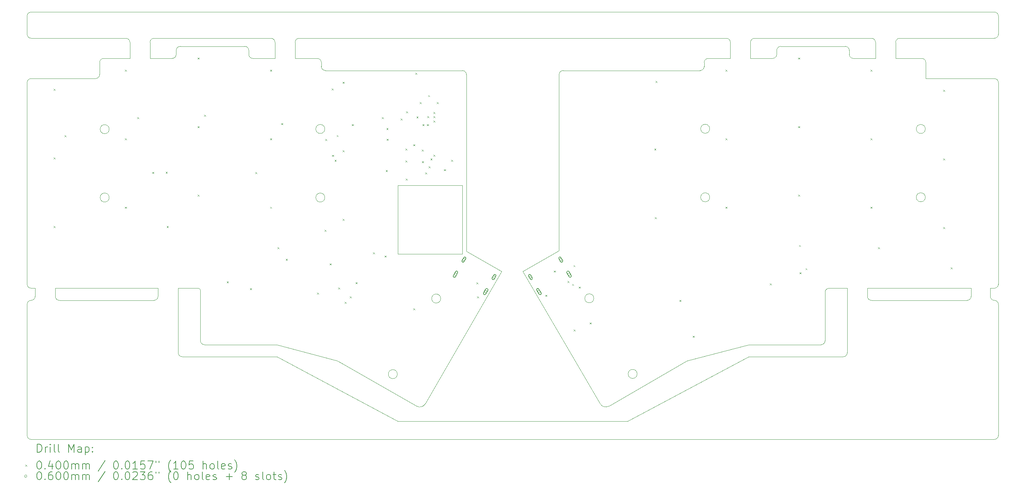
<source format=gbr>
%TF.GenerationSoftware,KiCad,Pcbnew,(6.0.8-1)-1*%
%TF.CreationDate,2022-11-15T14:02:53-05:00*%
%TF.ProjectId,kb2,6b62322e-6b69-4636-9164-5f7063625858,rev?*%
%TF.SameCoordinates,Original*%
%TF.FileFunction,Drillmap*%
%TF.FilePolarity,Positive*%
%FSLAX45Y45*%
G04 Gerber Fmt 4.5, Leading zero omitted, Abs format (unit mm)*
G04 Created by KiCad (PCBNEW (6.0.8-1)-1) date 2022-11-15 14:02:53*
%MOMM*%
%LPD*%
G01*
G04 APERTURE LIST*
%ADD10C,0.100000*%
%ADD11C,0.200000*%
%ADD12C,0.040000*%
%ADD13C,0.060000*%
G04 APERTURE END LIST*
D10*
X18400000Y-14600000D02*
X12700000Y-14600000D01*
X23850000Y-11600000D02*
X23850000Y-12900000D01*
X21400000Y-13000000D02*
X23750000Y-13000000D01*
X23750000Y-13000000D02*
G75*
G03*
X23850000Y-12900000I0J100000D01*
G01*
X18400000Y-14600000D02*
X21400000Y-13000000D01*
X9700000Y-13000000D02*
X12700000Y-14600000D01*
X7350000Y-13000000D02*
X9700000Y-13000000D01*
X25800000Y-5700000D02*
G75*
G03*
X25700000Y-5600000I-100000J0D01*
G01*
X23900000Y-5500000D02*
G75*
G03*
X24000000Y-5600000I100000J0D01*
G01*
X23900000Y-5400000D02*
G75*
G03*
X23800000Y-5300000I-100000J0D01*
G01*
X22200000Y-5300000D02*
G75*
G03*
X22100000Y-5400000I0J-100000D01*
G01*
X22000000Y-5600000D02*
G75*
G03*
X22100000Y-5500000I0J100000D01*
G01*
X20400000Y-5600000D02*
G75*
G03*
X20300000Y-5700000I0J-100000D01*
G01*
X20200000Y-5900000D02*
G75*
G03*
X20300000Y-5800000I0J100000D01*
G01*
X10800000Y-5800000D02*
G75*
G03*
X10900000Y-5900000I100000J0D01*
G01*
X10800000Y-5700000D02*
G75*
G03*
X10700000Y-5600000I-100000J0D01*
G01*
X9000000Y-5500000D02*
G75*
G03*
X9100000Y-5600000I100000J0D01*
G01*
X9000000Y-5400000D02*
G75*
G03*
X8900000Y-5300000I-100000J0D01*
G01*
X7300000Y-5300000D02*
G75*
G03*
X7200000Y-5400000I0J-100000D01*
G01*
X7100000Y-5600000D02*
G75*
G03*
X7200000Y-5500000I0J100000D01*
G01*
X5400000Y-5600000D02*
G75*
G03*
X5300000Y-5700000I0J-100000D01*
G01*
X5200000Y-6100000D02*
G75*
G03*
X5300000Y-6000000I0J100000D01*
G01*
X3600000Y-6100000D02*
G75*
G03*
X3500000Y-6200000I0J-100000D01*
G01*
X27500000Y-5100000D02*
G75*
G03*
X27600000Y-5000000I0J100000D01*
G01*
X27600000Y-4550000D02*
G75*
G03*
X27500000Y-4450000I-100000J0D01*
G01*
X3600000Y-4450000D02*
G75*
G03*
X3500000Y-4550000I0J-100000D01*
G01*
X3500000Y-5000000D02*
G75*
G03*
X3600000Y-5100000I100000J0D01*
G01*
X27600000Y-6200000D02*
G75*
G03*
X27500000Y-6100000I-100000J0D01*
G01*
X16800000Y-5900000D02*
G75*
G03*
X16700000Y-6000000I0J-100000D01*
G01*
X16672141Y-10379874D02*
X16700000Y-10364000D01*
X16700000Y-10350000D02*
X16700000Y-10364000D01*
X14400000Y-6000000D02*
G75*
G03*
X14300000Y-5900000I-100000J0D01*
G01*
X27500000Y-15050000D02*
G75*
G03*
X27600000Y-14950000I0J100000D01*
G01*
X27600000Y-11700000D02*
G75*
G03*
X27500000Y-11600000I-100000J0D01*
G01*
X27400000Y-11500000D02*
G75*
G03*
X27500000Y-11600000I100000J0D01*
G01*
X27500000Y-11300000D02*
G75*
G03*
X27600000Y-11200000I0J100000D01*
G01*
X27400000Y-11300000D02*
X27500000Y-11300000D01*
X27400000Y-11300000D02*
X27400000Y-11500000D01*
X7250000Y-12900000D02*
G75*
G03*
X7350000Y-13000000I100000J0D01*
G01*
X3500000Y-14950000D02*
G75*
G03*
X3600000Y-15050000I100000J0D01*
G01*
X3600000Y-11600000D02*
G75*
G03*
X3500000Y-11700000I0J-100000D01*
G01*
X3600000Y-11600000D02*
G75*
G03*
X3700000Y-11500000I0J100000D01*
G01*
X3700000Y-11300000D02*
X3700000Y-11500000D01*
X3600000Y-11300000D02*
X3700000Y-11300000D01*
X3500000Y-11200000D02*
G75*
G03*
X3600000Y-11300000I100000J0D01*
G01*
X23400000Y-11300000D02*
G75*
G03*
X23300000Y-11400000I0J-100000D01*
G01*
X26824313Y-11600000D02*
G75*
G03*
X26924313Y-11500000I0J100000D01*
G01*
X24350000Y-11500000D02*
G75*
G03*
X24450000Y-11600000I100000J0D01*
G01*
X23200000Y-12700000D02*
G75*
G03*
X23300000Y-12600000I0J100000D01*
G01*
X17724000Y-14170000D02*
G75*
G03*
X17929197Y-14224886I130000J75000D01*
G01*
X13169803Y-14225886D02*
G75*
G03*
X13375000Y-14171000I75197J129886D01*
G01*
X7800000Y-12600000D02*
G75*
G03*
X7900000Y-12700000I100000J0D01*
G01*
X7800000Y-11350000D02*
G75*
G03*
X7750000Y-11300000I-50000J0D01*
G01*
X6650000Y-11600000D02*
G75*
G03*
X6750000Y-11500000I0J100000D01*
G01*
X4200000Y-11500000D02*
G75*
G03*
X4300000Y-11600000I100000J0D01*
G01*
X27500000Y-15050000D02*
X3600000Y-15050000D01*
X7250000Y-12900000D02*
X7250000Y-11600000D01*
X26824313Y-11600000D02*
X24450000Y-11600000D01*
X4300000Y-11600000D02*
X6650000Y-11600000D01*
X20950000Y-5200000D02*
G75*
G03*
X20850000Y-5100000I-100000J0D01*
G01*
X25050000Y-5600000D02*
X25700000Y-5600000D01*
X24000000Y-5600000D02*
X24550000Y-5600000D01*
X21450000Y-5600000D02*
X22000000Y-5600000D01*
X20400000Y-5600000D02*
X20950000Y-5600000D01*
X10150000Y-5600000D02*
X10700000Y-5600000D01*
X9100000Y-5600000D02*
X9650000Y-5600000D01*
X6550000Y-5600000D02*
X7100000Y-5600000D01*
X7250000Y-11300000D02*
X7750000Y-11300000D01*
X23400000Y-11300000D02*
X23850000Y-11300000D01*
X23850000Y-11300000D02*
X23850000Y-11600000D01*
X24350000Y-11300000D02*
X24350000Y-11500000D01*
X26924313Y-11300000D02*
X26924313Y-11500000D01*
X27600000Y-11700000D02*
X27600000Y-14950000D01*
X6750000Y-11300000D02*
X6750000Y-11500000D01*
X7250000Y-11300000D02*
X7250000Y-11600000D01*
X9650000Y-5600000D02*
X9650000Y-5200000D01*
X3500000Y-5000000D02*
X3500000Y-4550000D01*
X20300000Y-5700000D02*
X20300000Y-5800000D01*
X25150000Y-5100000D02*
G75*
G03*
X25050000Y-5200000I0J-100000D01*
G01*
X20436803Y-7344722D02*
G75*
G03*
X20436803Y-7344722I-111803J0D01*
G01*
X21550000Y-5100000D02*
X24450000Y-5100000D01*
X14399569Y-10379874D02*
X15271710Y-10882819D01*
X27600000Y-4550000D02*
X27600000Y-5000000D01*
X6050000Y-5600000D02*
X6050000Y-5200000D01*
X21400000Y-12700000D02*
X23200000Y-12700000D01*
X17724000Y-14170000D02*
X15800000Y-10882819D01*
X22100000Y-5400000D02*
X22100000Y-5400000D01*
X6650000Y-5100000D02*
G75*
G03*
X6550000Y-5200000I0J-100000D01*
G01*
X6650000Y-5100000D02*
X9550000Y-5100000D01*
X10886803Y-7350000D02*
G75*
G03*
X10886803Y-7350000I-111803J0D01*
G01*
X20436803Y-9044723D02*
G75*
G03*
X20436803Y-9044723I-111803J0D01*
G01*
X24550000Y-5200000D02*
G75*
G03*
X24450000Y-5100000I-100000J0D01*
G01*
X9650000Y-5200000D02*
G75*
G03*
X9550000Y-5100000I-100000J0D01*
G01*
X14400000Y-10350000D02*
X14400000Y-6000000D01*
X25786803Y-7350000D02*
G75*
G03*
X25786803Y-7350000I-111803J0D01*
G01*
X13375000Y-14171000D02*
X15271710Y-10882819D01*
X12686803Y-13430277D02*
G75*
G03*
X12686803Y-13430277I-111803J0D01*
G01*
X10886803Y-9050000D02*
G75*
G03*
X10886803Y-9050000I-111803J0D01*
G01*
X23800000Y-5300000D02*
X22200000Y-5300000D01*
X5536803Y-7355277D02*
G75*
G03*
X5536803Y-7355277I-111803J0D01*
G01*
X3600000Y-5100000D02*
X5950000Y-5100000D01*
X24350000Y-11300000D02*
X26924313Y-11300000D01*
X21450000Y-5600000D02*
X21450000Y-5200000D01*
X16700000Y-6000000D02*
X16700000Y-10350000D01*
X22100000Y-5400000D02*
X22100000Y-5500000D01*
X10800000Y-5800000D02*
X10800000Y-5700000D01*
X4200000Y-11300000D02*
X6750000Y-11300000D01*
X25050000Y-5600000D02*
X25050000Y-5200000D01*
X7200000Y-5400000D02*
X7200000Y-5500000D01*
X23900000Y-5500000D02*
X23900000Y-5400000D01*
X25150000Y-5100000D02*
X27500000Y-5100000D01*
X7900000Y-12700000D02*
X9700000Y-12700000D01*
X5536803Y-9050000D02*
G75*
G03*
X5536803Y-9050000I-111803J0D01*
G01*
X4200000Y-11300000D02*
X4200000Y-11500000D01*
X5200000Y-6100000D02*
X3600000Y-6100000D01*
X17561803Y-11550000D02*
G75*
G03*
X17561803Y-11550000I-111803J0D01*
G01*
X20200000Y-5900000D02*
X16800000Y-5900000D01*
X6550000Y-5600000D02*
X6550000Y-5200000D01*
X3500000Y-6200000D02*
X3500000Y-11200000D01*
X21550000Y-5100000D02*
G75*
G03*
X21450000Y-5200000I0J-100000D01*
G01*
X25786803Y-9044723D02*
G75*
G03*
X25786803Y-9044723I-111803J0D01*
G01*
X18636803Y-13425000D02*
G75*
G03*
X18636803Y-13425000I-111803J0D01*
G01*
X12700000Y-10450000D02*
X14300000Y-10450000D01*
X14300000Y-10450000D02*
X14300000Y-8750000D01*
X14300000Y-8750000D02*
X12700000Y-8750000D01*
X12700000Y-8750000D02*
X12700000Y-10450000D01*
X14300000Y-5900000D02*
X10900000Y-5900000D01*
X3600000Y-4450000D02*
X27500000Y-4450000D01*
X23300000Y-11400000D02*
X23300000Y-12600000D01*
X25800000Y-6100000D02*
X25800000Y-5700000D01*
X7800000Y-12600000D02*
X7800000Y-11350000D01*
X5300000Y-5700000D02*
X5300000Y-6000000D01*
X21400000Y-12700000D02*
X19871710Y-13100000D01*
X3500000Y-11700000D02*
X3500000Y-14950000D01*
X9000000Y-5400000D02*
X9000000Y-5400000D01*
X6050000Y-5200000D02*
G75*
G03*
X5950000Y-5100000I-100000J0D01*
G01*
X13761803Y-11555277D02*
G75*
G03*
X13761803Y-11555277I-111803J0D01*
G01*
X10150000Y-5600000D02*
X10150000Y-5200000D01*
X10250000Y-5100000D02*
X20850000Y-5100000D01*
X11200000Y-13100000D02*
X9700000Y-12700000D01*
X10250000Y-5100000D02*
G75*
G03*
X10150000Y-5200000I0J-100000D01*
G01*
X19871710Y-13100000D02*
X17929197Y-14224886D01*
X13169803Y-14225886D02*
X11200000Y-13100000D01*
X6050000Y-5600000D02*
X5400000Y-5600000D01*
X8900000Y-5300000D02*
X7300000Y-5300000D01*
X20950000Y-5600000D02*
X20950000Y-5200000D01*
X15800000Y-10882819D02*
X16672141Y-10379874D01*
X9000000Y-5500000D02*
X9000000Y-5400000D01*
X27600000Y-11200000D02*
X27600000Y-6200000D01*
X27500000Y-6100000D02*
X25800000Y-6100000D01*
X14400000Y-10350000D02*
X14399569Y-10379874D01*
X24550000Y-5600000D02*
X24550000Y-5200000D01*
D11*
D12*
X4155000Y-6355000D02*
X4195000Y-6395000D01*
X4195000Y-6355000D02*
X4155000Y-6395000D01*
X4155000Y-8055000D02*
X4195000Y-8095000D01*
X4195000Y-8055000D02*
X4155000Y-8095000D01*
X4155000Y-9755000D02*
X4195000Y-9795000D01*
X4195000Y-9755000D02*
X4155000Y-9795000D01*
X4430000Y-7505000D02*
X4470000Y-7545000D01*
X4470000Y-7505000D02*
X4430000Y-7545000D01*
X5930000Y-5880000D02*
X5970000Y-5920000D01*
X5970000Y-5880000D02*
X5930000Y-5920000D01*
X5930000Y-7580000D02*
X5970000Y-7620000D01*
X5970000Y-7580000D02*
X5930000Y-7620000D01*
X5930000Y-9280000D02*
X5970000Y-9320000D01*
X5970000Y-9280000D02*
X5930000Y-9320000D01*
X6230000Y-7055000D02*
X6270000Y-7095000D01*
X6270000Y-7055000D02*
X6230000Y-7095000D01*
X6605000Y-8415000D02*
X6645000Y-8455000D01*
X6645000Y-8415000D02*
X6605000Y-8455000D01*
X6940000Y-8410000D02*
X6980000Y-8450000D01*
X6980000Y-8410000D02*
X6940000Y-8450000D01*
X6965000Y-9760000D02*
X7005000Y-9800000D01*
X7005000Y-9760000D02*
X6965000Y-9800000D01*
X7730000Y-5580000D02*
X7770000Y-5620000D01*
X7770000Y-5580000D02*
X7730000Y-5620000D01*
X7730000Y-7280000D02*
X7770000Y-7320000D01*
X7770000Y-7280000D02*
X7730000Y-7320000D01*
X7730000Y-8980000D02*
X7770000Y-9020000D01*
X7770000Y-8980000D02*
X7730000Y-9020000D01*
X7890000Y-6995000D02*
X7930000Y-7035000D01*
X7930000Y-6995000D02*
X7890000Y-7035000D01*
X8455000Y-11130000D02*
X8495000Y-11170000D01*
X8495000Y-11130000D02*
X8455000Y-11170000D01*
X9030000Y-11300000D02*
X9070000Y-11340000D01*
X9070000Y-11300000D02*
X9030000Y-11340000D01*
X9160000Y-8420000D02*
X9200000Y-8460000D01*
X9200000Y-8420000D02*
X9160000Y-8460000D01*
X9530000Y-5880000D02*
X9570000Y-5920000D01*
X9570000Y-5880000D02*
X9530000Y-5920000D01*
X9530000Y-7580000D02*
X9570000Y-7620000D01*
X9570000Y-7580000D02*
X9530000Y-7620000D01*
X9530000Y-9280000D02*
X9570000Y-9320000D01*
X9570000Y-9280000D02*
X9530000Y-9320000D01*
X9715000Y-10280000D02*
X9755000Y-10320000D01*
X9755000Y-10280000D02*
X9715000Y-10320000D01*
X9805000Y-7205000D02*
X9845000Y-7245000D01*
X9845000Y-7205000D02*
X9805000Y-7245000D01*
X9920000Y-10570000D02*
X9960000Y-10610000D01*
X9960000Y-10570000D02*
X9920000Y-10610000D01*
X10697217Y-11409858D02*
X10737217Y-11449858D01*
X10737217Y-11409858D02*
X10697217Y-11449858D01*
X10880000Y-9850000D02*
X10920000Y-9890000D01*
X10920000Y-9850000D02*
X10880000Y-9890000D01*
X10900000Y-7600000D02*
X10940000Y-7640000D01*
X10940000Y-7600000D02*
X10900000Y-7640000D01*
X11006183Y-10683817D02*
X11046183Y-10723817D01*
X11046183Y-10683817D02*
X11006183Y-10723817D01*
X11060000Y-6347500D02*
X11100000Y-6387500D01*
X11100000Y-6347500D02*
X11060000Y-6387500D01*
X11067500Y-7992500D02*
X11107500Y-8032500D01*
X11107500Y-7992500D02*
X11067500Y-8032500D01*
X11130050Y-8112500D02*
X11170050Y-8152500D01*
X11170050Y-8112500D02*
X11130050Y-8152500D01*
X11180000Y-7500000D02*
X11220000Y-7540000D01*
X11220000Y-7500000D02*
X11180000Y-7540000D01*
X11220203Y-11279797D02*
X11260203Y-11319797D01*
X11260203Y-11279797D02*
X11220203Y-11319797D01*
X11330000Y-6180000D02*
X11370000Y-6220000D01*
X11370000Y-6180000D02*
X11330000Y-6220000D01*
X11330000Y-7880000D02*
X11370000Y-7920000D01*
X11370000Y-7880000D02*
X11330000Y-7920000D01*
X11330000Y-9580000D02*
X11370000Y-9620000D01*
X11370000Y-9580000D02*
X11330000Y-9620000D01*
X11380000Y-11640000D02*
X11420000Y-11680000D01*
X11420000Y-11640000D02*
X11380000Y-11680000D01*
X11510000Y-11500000D02*
X11550000Y-11540000D01*
X11550000Y-11500000D02*
X11510000Y-11540000D01*
X11555000Y-7230000D02*
X11595000Y-7270000D01*
X11595000Y-7230000D02*
X11555000Y-7270000D01*
X11650000Y-11150000D02*
X11690000Y-11190000D01*
X11690000Y-11150000D02*
X11650000Y-11190000D01*
X12082450Y-10407960D02*
X12122450Y-10447960D01*
X12122450Y-10407960D02*
X12082450Y-10447960D01*
X12305000Y-7055000D02*
X12345000Y-7095000D01*
X12345000Y-7055000D02*
X12305000Y-7095000D01*
X12370000Y-10490000D02*
X12410000Y-10530000D01*
X12410000Y-10490000D02*
X12370000Y-10530000D01*
X12400000Y-8370000D02*
X12440000Y-8410000D01*
X12440000Y-8370000D02*
X12400000Y-8410000D01*
X12417500Y-7325000D02*
X12457500Y-7365000D01*
X12457500Y-7325000D02*
X12417500Y-7365000D01*
X12422500Y-7595000D02*
X12462500Y-7635000D01*
X12462500Y-7595000D02*
X12422500Y-7635000D01*
X12767500Y-7087500D02*
X12807500Y-7127500D01*
X12807500Y-7087500D02*
X12767500Y-7127500D01*
X12885000Y-7837500D02*
X12925000Y-7877500D01*
X12925000Y-7837500D02*
X12885000Y-7877500D01*
X12885000Y-8132500D02*
X12925000Y-8172500D01*
X12925000Y-8132500D02*
X12885000Y-8172500D01*
X12895000Y-8580000D02*
X12935000Y-8620000D01*
X12935000Y-8580000D02*
X12895000Y-8620000D01*
X12905000Y-6910000D02*
X12945000Y-6950000D01*
X12945000Y-6910000D02*
X12905000Y-6950000D01*
X13080000Y-11797400D02*
X13120000Y-11837400D01*
X13120000Y-11797400D02*
X13080000Y-11837400D01*
X13082550Y-7729272D02*
X13122550Y-7769272D01*
X13122550Y-7729272D02*
X13082550Y-7769272D01*
X13130000Y-5955000D02*
X13170000Y-5995000D01*
X13170000Y-5955000D02*
X13130000Y-5995000D01*
X13162500Y-7040000D02*
X13202500Y-7080000D01*
X13202500Y-7040000D02*
X13162500Y-7080000D01*
X13242500Y-6686780D02*
X13282500Y-6726780D01*
X13282500Y-6686780D02*
X13242500Y-6726780D01*
X13292500Y-7862500D02*
X13332500Y-7902500D01*
X13332500Y-7862500D02*
X13292500Y-7902500D01*
X13297500Y-8149950D02*
X13337500Y-8189950D01*
X13337500Y-8149950D02*
X13297500Y-8189950D01*
X13313353Y-7230000D02*
X13353353Y-7270000D01*
X13353353Y-7230000D02*
X13313353Y-7270000D01*
X13379490Y-8429950D02*
X13419490Y-8469950D01*
X13419490Y-8429950D02*
X13379490Y-8469950D01*
X13420000Y-7230000D02*
X13460000Y-7270000D01*
X13460000Y-7230000D02*
X13420000Y-7270000D01*
X13430000Y-7030000D02*
X13470000Y-7070000D01*
X13470000Y-7030000D02*
X13430000Y-7070000D01*
X13450000Y-6510000D02*
X13490000Y-6550000D01*
X13490000Y-6510000D02*
X13450000Y-6550000D01*
X13463603Y-8277550D02*
X13503603Y-8317550D01*
X13503603Y-8277550D02*
X13463603Y-8317550D01*
X13510000Y-8080000D02*
X13550000Y-8120000D01*
X13550000Y-8080000D02*
X13510000Y-8120000D01*
X13580000Y-6930000D02*
X13620000Y-6970000D01*
X13620000Y-6930000D02*
X13580000Y-6970000D01*
X13580000Y-7030000D02*
X13620000Y-7070000D01*
X13620000Y-7030000D02*
X13580000Y-7070000D01*
X13580000Y-7140000D02*
X13620000Y-7180000D01*
X13620000Y-7140000D02*
X13580000Y-7180000D01*
X13580000Y-7990000D02*
X13620000Y-8030000D01*
X13620000Y-7990000D02*
X13580000Y-8030000D01*
X13665000Y-6682500D02*
X13705000Y-6722500D01*
X13705000Y-6682500D02*
X13665000Y-6722500D01*
X13842500Y-8347500D02*
X13882500Y-8387500D01*
X13882500Y-8347500D02*
X13842500Y-8387500D01*
X14022500Y-8117500D02*
X14062500Y-8157500D01*
X14062500Y-8117500D02*
X14022500Y-8157500D01*
X14647500Y-11152500D02*
X14687500Y-11192500D01*
X14687500Y-11152500D02*
X14647500Y-11192500D01*
X14662500Y-11500000D02*
X14702500Y-11540000D01*
X14702500Y-11500000D02*
X14662500Y-11540000D01*
X16360000Y-11462500D02*
X16400000Y-11502500D01*
X16400000Y-11462500D02*
X16360000Y-11502500D01*
X16572500Y-10862500D02*
X16612500Y-10902500D01*
X16612500Y-10862500D02*
X16572500Y-10902500D01*
X16910072Y-11121121D02*
X16950072Y-11161121D01*
X16950072Y-11121121D02*
X16910072Y-11161121D01*
X17023926Y-11193571D02*
X17063926Y-11233571D01*
X17063926Y-11193571D02*
X17023926Y-11233571D01*
X17057500Y-10727500D02*
X17097500Y-10767500D01*
X17097500Y-10727500D02*
X17057500Y-10767500D01*
X17062500Y-12322500D02*
X17102500Y-12362500D01*
X17102500Y-12322500D02*
X17062500Y-12362500D01*
X17187244Y-11260296D02*
X17227244Y-11300296D01*
X17227244Y-11260296D02*
X17187244Y-11300296D01*
X17460000Y-12150000D02*
X17500000Y-12190000D01*
X17500000Y-12150000D02*
X17460000Y-12190000D01*
X19062500Y-7837500D02*
X19102500Y-7877500D01*
X19102500Y-7837500D02*
X19062500Y-7877500D01*
X19075000Y-9537500D02*
X19115000Y-9577500D01*
X19115000Y-9537500D02*
X19075000Y-9577500D01*
X19095000Y-6157500D02*
X19135000Y-6197500D01*
X19135000Y-6157500D02*
X19095000Y-6197500D01*
X19686635Y-11591031D02*
X19726635Y-11631031D01*
X19726635Y-11591031D02*
X19686635Y-11631031D01*
X20015000Y-12480000D02*
X20055000Y-12520000D01*
X20055000Y-12480000D02*
X20015000Y-12520000D01*
X20830000Y-5880000D02*
X20870000Y-5920000D01*
X20870000Y-5880000D02*
X20830000Y-5920000D01*
X20830000Y-7580000D02*
X20870000Y-7620000D01*
X20870000Y-7580000D02*
X20830000Y-7620000D01*
X20830000Y-9280000D02*
X20870000Y-9320000D01*
X20870000Y-9280000D02*
X20830000Y-9320000D01*
X21930000Y-11180000D02*
X21970000Y-11220000D01*
X21970000Y-11180000D02*
X21930000Y-11220000D01*
X22630000Y-5580000D02*
X22670000Y-5620000D01*
X22670000Y-5580000D02*
X22630000Y-5620000D01*
X22630000Y-7280000D02*
X22670000Y-7320000D01*
X22670000Y-7280000D02*
X22630000Y-7320000D01*
X22630000Y-8980000D02*
X22670000Y-9020000D01*
X22670000Y-8980000D02*
X22630000Y-9020000D01*
X22652500Y-10227500D02*
X22692500Y-10267500D01*
X22692500Y-10227500D02*
X22652500Y-10267500D01*
X22665000Y-10905000D02*
X22705000Y-10945000D01*
X22705000Y-10905000D02*
X22665000Y-10945000D01*
X22815000Y-10802500D02*
X22855000Y-10842500D01*
X22855000Y-10802500D02*
X22815000Y-10842500D01*
X24430000Y-5880000D02*
X24470000Y-5920000D01*
X24470000Y-5880000D02*
X24430000Y-5920000D01*
X24430000Y-7580000D02*
X24470000Y-7620000D01*
X24470000Y-7580000D02*
X24430000Y-7620000D01*
X24430000Y-9280000D02*
X24470000Y-9320000D01*
X24470000Y-9280000D02*
X24430000Y-9320000D01*
X24615000Y-10280000D02*
X24655000Y-10320000D01*
X24655000Y-10280000D02*
X24615000Y-10320000D01*
X26230000Y-6380000D02*
X26270000Y-6420000D01*
X26270000Y-6380000D02*
X26230000Y-6420000D01*
X26230000Y-8080000D02*
X26270000Y-8120000D01*
X26270000Y-8080000D02*
X26230000Y-8120000D01*
X26230000Y-9780000D02*
X26270000Y-9820000D01*
X26270000Y-9780000D02*
X26230000Y-9820000D01*
X26415000Y-10780000D02*
X26455000Y-10820000D01*
X26455000Y-10780000D02*
X26415000Y-10820000D01*
D13*
X14159377Y-10951143D02*
G75*
G03*
X14159377Y-10951143I-30000J0D01*
G01*
D11*
X14130896Y-10888512D02*
X14075896Y-10983774D01*
X14182858Y-10918512D02*
X14127858Y-11013774D01*
X14075896Y-10983774D02*
G75*
G03*
X14127858Y-11013774I25981J-15000D01*
G01*
X14182858Y-10918512D02*
G75*
G03*
X14130896Y-10888512I-25981J15000D01*
G01*
D13*
X14367877Y-10590010D02*
G75*
G03*
X14367877Y-10590010I-30000J0D01*
G01*
D11*
X14331896Y-10540369D02*
X14291896Y-10609651D01*
X14383858Y-10570369D02*
X14343858Y-10639651D01*
X14291896Y-10609651D02*
G75*
G03*
X14343858Y-10639651I25981J-15000D01*
G01*
X14383858Y-10570369D02*
G75*
G03*
X14331896Y-10540369I-25981J15000D01*
G01*
D13*
X14907623Y-11383143D02*
G75*
G03*
X14907623Y-11383143I-30000J0D01*
G01*
D11*
X14879142Y-11320511D02*
X14824142Y-11415774D01*
X14931104Y-11350511D02*
X14876104Y-11445774D01*
X14824142Y-11415774D02*
G75*
G03*
X14876104Y-11445774I25981J-15000D01*
G01*
X14931104Y-11350511D02*
G75*
G03*
X14879142Y-11320511I-25981J15000D01*
G01*
D13*
X15116123Y-11022010D02*
G75*
G03*
X15116123Y-11022010I-30000J0D01*
G01*
D11*
X15080142Y-10972369D02*
X15040142Y-11041651D01*
X15132104Y-11002369D02*
X15092104Y-11071651D01*
X15040142Y-11041651D02*
G75*
G03*
X15092104Y-11071651I25981J-15000D01*
G01*
X15132104Y-11002369D02*
G75*
G03*
X15080142Y-10972369I-25981J15000D01*
G01*
D13*
X16021658Y-11022010D02*
G75*
G03*
X16021658Y-11022010I-30000J0D01*
G01*
D11*
X15945677Y-11002369D02*
X15985677Y-11071651D01*
X15997639Y-10972369D02*
X16037639Y-11041651D01*
X15985677Y-11071651D02*
G75*
G03*
X16037639Y-11041651I25981J15000D01*
G01*
X15997639Y-10972369D02*
G75*
G03*
X15945677Y-11002369I-25981J-15000D01*
G01*
D13*
X16230158Y-11383143D02*
G75*
G03*
X16230158Y-11383143I-30000J0D01*
G01*
D11*
X16146677Y-11350511D02*
X16201677Y-11445774D01*
X16198639Y-11320511D02*
X16253639Y-11415774D01*
X16201677Y-11445774D02*
G75*
G03*
X16253639Y-11415774I25981J15000D01*
G01*
X16198639Y-11320511D02*
G75*
G03*
X16146677Y-11350511I-25981J-15000D01*
G01*
D13*
X16769904Y-10590010D02*
G75*
G03*
X16769904Y-10590010I-30000J0D01*
G01*
D11*
X16693923Y-10570369D02*
X16733923Y-10639651D01*
X16745885Y-10540369D02*
X16785885Y-10609651D01*
X16733923Y-10639651D02*
G75*
G03*
X16785885Y-10609651I25981J15000D01*
G01*
X16745885Y-10540369D02*
G75*
G03*
X16693923Y-10570369I-25981J-15000D01*
G01*
D13*
X16978404Y-10951143D02*
G75*
G03*
X16978404Y-10951143I-30000J0D01*
G01*
D11*
X16894924Y-10918512D02*
X16949924Y-11013774D01*
X16946885Y-10888512D02*
X17001885Y-10983774D01*
X16949924Y-11013774D02*
G75*
G03*
X17001885Y-10983774I25981J15000D01*
G01*
X16946885Y-10888512D02*
G75*
G03*
X16894924Y-10918512I-25981J-15000D01*
G01*
X3752619Y-15365476D02*
X3752619Y-15165476D01*
X3800238Y-15165476D01*
X3828809Y-15175000D01*
X3847857Y-15194048D01*
X3857381Y-15213095D01*
X3866905Y-15251190D01*
X3866905Y-15279762D01*
X3857381Y-15317857D01*
X3847857Y-15336905D01*
X3828809Y-15355952D01*
X3800238Y-15365476D01*
X3752619Y-15365476D01*
X3952619Y-15365476D02*
X3952619Y-15232143D01*
X3952619Y-15270238D02*
X3962143Y-15251190D01*
X3971667Y-15241667D01*
X3990714Y-15232143D01*
X4009762Y-15232143D01*
X4076428Y-15365476D02*
X4076428Y-15232143D01*
X4076428Y-15165476D02*
X4066905Y-15175000D01*
X4076428Y-15184524D01*
X4085952Y-15175000D01*
X4076428Y-15165476D01*
X4076428Y-15184524D01*
X4200238Y-15365476D02*
X4181190Y-15355952D01*
X4171667Y-15336905D01*
X4171667Y-15165476D01*
X4305000Y-15365476D02*
X4285952Y-15355952D01*
X4276429Y-15336905D01*
X4276429Y-15165476D01*
X4533571Y-15365476D02*
X4533571Y-15165476D01*
X4600238Y-15308333D01*
X4666905Y-15165476D01*
X4666905Y-15365476D01*
X4847857Y-15365476D02*
X4847857Y-15260714D01*
X4838333Y-15241667D01*
X4819286Y-15232143D01*
X4781190Y-15232143D01*
X4762143Y-15241667D01*
X4847857Y-15355952D02*
X4828810Y-15365476D01*
X4781190Y-15365476D01*
X4762143Y-15355952D01*
X4752619Y-15336905D01*
X4752619Y-15317857D01*
X4762143Y-15298809D01*
X4781190Y-15289286D01*
X4828810Y-15289286D01*
X4847857Y-15279762D01*
X4943095Y-15232143D02*
X4943095Y-15432143D01*
X4943095Y-15241667D02*
X4962143Y-15232143D01*
X5000238Y-15232143D01*
X5019286Y-15241667D01*
X5028810Y-15251190D01*
X5038333Y-15270238D01*
X5038333Y-15327381D01*
X5028810Y-15346428D01*
X5019286Y-15355952D01*
X5000238Y-15365476D01*
X4962143Y-15365476D01*
X4943095Y-15355952D01*
X5124048Y-15346428D02*
X5133571Y-15355952D01*
X5124048Y-15365476D01*
X5114524Y-15355952D01*
X5124048Y-15346428D01*
X5124048Y-15365476D01*
X5124048Y-15241667D02*
X5133571Y-15251190D01*
X5124048Y-15260714D01*
X5114524Y-15251190D01*
X5124048Y-15241667D01*
X5124048Y-15260714D01*
D12*
X3455000Y-15675000D02*
X3495000Y-15715000D01*
X3495000Y-15675000D02*
X3455000Y-15715000D01*
D11*
X3790714Y-15585476D02*
X3809762Y-15585476D01*
X3828809Y-15595000D01*
X3838333Y-15604524D01*
X3847857Y-15623571D01*
X3857381Y-15661667D01*
X3857381Y-15709286D01*
X3847857Y-15747381D01*
X3838333Y-15766428D01*
X3828809Y-15775952D01*
X3809762Y-15785476D01*
X3790714Y-15785476D01*
X3771667Y-15775952D01*
X3762143Y-15766428D01*
X3752619Y-15747381D01*
X3743095Y-15709286D01*
X3743095Y-15661667D01*
X3752619Y-15623571D01*
X3762143Y-15604524D01*
X3771667Y-15595000D01*
X3790714Y-15585476D01*
X3943095Y-15766428D02*
X3952619Y-15775952D01*
X3943095Y-15785476D01*
X3933571Y-15775952D01*
X3943095Y-15766428D01*
X3943095Y-15785476D01*
X4124048Y-15652143D02*
X4124048Y-15785476D01*
X4076428Y-15575952D02*
X4028809Y-15718809D01*
X4152619Y-15718809D01*
X4266905Y-15585476D02*
X4285952Y-15585476D01*
X4305000Y-15595000D01*
X4314524Y-15604524D01*
X4324048Y-15623571D01*
X4333571Y-15661667D01*
X4333571Y-15709286D01*
X4324048Y-15747381D01*
X4314524Y-15766428D01*
X4305000Y-15775952D01*
X4285952Y-15785476D01*
X4266905Y-15785476D01*
X4247857Y-15775952D01*
X4238333Y-15766428D01*
X4228810Y-15747381D01*
X4219286Y-15709286D01*
X4219286Y-15661667D01*
X4228810Y-15623571D01*
X4238333Y-15604524D01*
X4247857Y-15595000D01*
X4266905Y-15585476D01*
X4457381Y-15585476D02*
X4476429Y-15585476D01*
X4495476Y-15595000D01*
X4505000Y-15604524D01*
X4514524Y-15623571D01*
X4524048Y-15661667D01*
X4524048Y-15709286D01*
X4514524Y-15747381D01*
X4505000Y-15766428D01*
X4495476Y-15775952D01*
X4476429Y-15785476D01*
X4457381Y-15785476D01*
X4438333Y-15775952D01*
X4428810Y-15766428D01*
X4419286Y-15747381D01*
X4409762Y-15709286D01*
X4409762Y-15661667D01*
X4419286Y-15623571D01*
X4428810Y-15604524D01*
X4438333Y-15595000D01*
X4457381Y-15585476D01*
X4609762Y-15785476D02*
X4609762Y-15652143D01*
X4609762Y-15671190D02*
X4619286Y-15661667D01*
X4638333Y-15652143D01*
X4666905Y-15652143D01*
X4685952Y-15661667D01*
X4695476Y-15680714D01*
X4695476Y-15785476D01*
X4695476Y-15680714D02*
X4705000Y-15661667D01*
X4724048Y-15652143D01*
X4752619Y-15652143D01*
X4771667Y-15661667D01*
X4781190Y-15680714D01*
X4781190Y-15785476D01*
X4876429Y-15785476D02*
X4876429Y-15652143D01*
X4876429Y-15671190D02*
X4885952Y-15661667D01*
X4905000Y-15652143D01*
X4933571Y-15652143D01*
X4952619Y-15661667D01*
X4962143Y-15680714D01*
X4962143Y-15785476D01*
X4962143Y-15680714D02*
X4971667Y-15661667D01*
X4990714Y-15652143D01*
X5019286Y-15652143D01*
X5038333Y-15661667D01*
X5047857Y-15680714D01*
X5047857Y-15785476D01*
X5438333Y-15575952D02*
X5266905Y-15833095D01*
X5695476Y-15585476D02*
X5714524Y-15585476D01*
X5733571Y-15595000D01*
X5743095Y-15604524D01*
X5752619Y-15623571D01*
X5762143Y-15661667D01*
X5762143Y-15709286D01*
X5752619Y-15747381D01*
X5743095Y-15766428D01*
X5733571Y-15775952D01*
X5714524Y-15785476D01*
X5695476Y-15785476D01*
X5676428Y-15775952D01*
X5666905Y-15766428D01*
X5657381Y-15747381D01*
X5647857Y-15709286D01*
X5647857Y-15661667D01*
X5657381Y-15623571D01*
X5666905Y-15604524D01*
X5676428Y-15595000D01*
X5695476Y-15585476D01*
X5847857Y-15766428D02*
X5857381Y-15775952D01*
X5847857Y-15785476D01*
X5838333Y-15775952D01*
X5847857Y-15766428D01*
X5847857Y-15785476D01*
X5981190Y-15585476D02*
X6000238Y-15585476D01*
X6019286Y-15595000D01*
X6028809Y-15604524D01*
X6038333Y-15623571D01*
X6047857Y-15661667D01*
X6047857Y-15709286D01*
X6038333Y-15747381D01*
X6028809Y-15766428D01*
X6019286Y-15775952D01*
X6000238Y-15785476D01*
X5981190Y-15785476D01*
X5962143Y-15775952D01*
X5952619Y-15766428D01*
X5943095Y-15747381D01*
X5933571Y-15709286D01*
X5933571Y-15661667D01*
X5943095Y-15623571D01*
X5952619Y-15604524D01*
X5962143Y-15595000D01*
X5981190Y-15585476D01*
X6238333Y-15785476D02*
X6124048Y-15785476D01*
X6181190Y-15785476D02*
X6181190Y-15585476D01*
X6162143Y-15614048D01*
X6143095Y-15633095D01*
X6124048Y-15642619D01*
X6419286Y-15585476D02*
X6324048Y-15585476D01*
X6314524Y-15680714D01*
X6324048Y-15671190D01*
X6343095Y-15661667D01*
X6390714Y-15661667D01*
X6409762Y-15671190D01*
X6419286Y-15680714D01*
X6428809Y-15699762D01*
X6428809Y-15747381D01*
X6419286Y-15766428D01*
X6409762Y-15775952D01*
X6390714Y-15785476D01*
X6343095Y-15785476D01*
X6324048Y-15775952D01*
X6314524Y-15766428D01*
X6495476Y-15585476D02*
X6628809Y-15585476D01*
X6543095Y-15785476D01*
X6695476Y-15585476D02*
X6695476Y-15623571D01*
X6771667Y-15585476D02*
X6771667Y-15623571D01*
X7066905Y-15861667D02*
X7057381Y-15852143D01*
X7038333Y-15823571D01*
X7028809Y-15804524D01*
X7019286Y-15775952D01*
X7009762Y-15728333D01*
X7009762Y-15690238D01*
X7019286Y-15642619D01*
X7028809Y-15614048D01*
X7038333Y-15595000D01*
X7057381Y-15566428D01*
X7066905Y-15556905D01*
X7247857Y-15785476D02*
X7133571Y-15785476D01*
X7190714Y-15785476D02*
X7190714Y-15585476D01*
X7171667Y-15614048D01*
X7152619Y-15633095D01*
X7133571Y-15642619D01*
X7371667Y-15585476D02*
X7390714Y-15585476D01*
X7409762Y-15595000D01*
X7419286Y-15604524D01*
X7428809Y-15623571D01*
X7438333Y-15661667D01*
X7438333Y-15709286D01*
X7428809Y-15747381D01*
X7419286Y-15766428D01*
X7409762Y-15775952D01*
X7390714Y-15785476D01*
X7371667Y-15785476D01*
X7352619Y-15775952D01*
X7343095Y-15766428D01*
X7333571Y-15747381D01*
X7324048Y-15709286D01*
X7324048Y-15661667D01*
X7333571Y-15623571D01*
X7343095Y-15604524D01*
X7352619Y-15595000D01*
X7371667Y-15585476D01*
X7619286Y-15585476D02*
X7524048Y-15585476D01*
X7514524Y-15680714D01*
X7524048Y-15671190D01*
X7543095Y-15661667D01*
X7590714Y-15661667D01*
X7609762Y-15671190D01*
X7619286Y-15680714D01*
X7628809Y-15699762D01*
X7628809Y-15747381D01*
X7619286Y-15766428D01*
X7609762Y-15775952D01*
X7590714Y-15785476D01*
X7543095Y-15785476D01*
X7524048Y-15775952D01*
X7514524Y-15766428D01*
X7866905Y-15785476D02*
X7866905Y-15585476D01*
X7952619Y-15785476D02*
X7952619Y-15680714D01*
X7943095Y-15661667D01*
X7924048Y-15652143D01*
X7895476Y-15652143D01*
X7876428Y-15661667D01*
X7866905Y-15671190D01*
X8076428Y-15785476D02*
X8057381Y-15775952D01*
X8047857Y-15766428D01*
X8038333Y-15747381D01*
X8038333Y-15690238D01*
X8047857Y-15671190D01*
X8057381Y-15661667D01*
X8076428Y-15652143D01*
X8105000Y-15652143D01*
X8124048Y-15661667D01*
X8133571Y-15671190D01*
X8143095Y-15690238D01*
X8143095Y-15747381D01*
X8133571Y-15766428D01*
X8124048Y-15775952D01*
X8105000Y-15785476D01*
X8076428Y-15785476D01*
X8257381Y-15785476D02*
X8238333Y-15775952D01*
X8228809Y-15756905D01*
X8228809Y-15585476D01*
X8409762Y-15775952D02*
X8390714Y-15785476D01*
X8352619Y-15785476D01*
X8333571Y-15775952D01*
X8324048Y-15756905D01*
X8324048Y-15680714D01*
X8333571Y-15661667D01*
X8352619Y-15652143D01*
X8390714Y-15652143D01*
X8409762Y-15661667D01*
X8419286Y-15680714D01*
X8419286Y-15699762D01*
X8324048Y-15718809D01*
X8495476Y-15775952D02*
X8514524Y-15785476D01*
X8552619Y-15785476D01*
X8571667Y-15775952D01*
X8581190Y-15756905D01*
X8581190Y-15747381D01*
X8571667Y-15728333D01*
X8552619Y-15718809D01*
X8524048Y-15718809D01*
X8505000Y-15709286D01*
X8495476Y-15690238D01*
X8495476Y-15680714D01*
X8505000Y-15661667D01*
X8524048Y-15652143D01*
X8552619Y-15652143D01*
X8571667Y-15661667D01*
X8647857Y-15861667D02*
X8657381Y-15852143D01*
X8676429Y-15823571D01*
X8685952Y-15804524D01*
X8695476Y-15775952D01*
X8705000Y-15728333D01*
X8705000Y-15690238D01*
X8695476Y-15642619D01*
X8685952Y-15614048D01*
X8676429Y-15595000D01*
X8657381Y-15566428D01*
X8647857Y-15556905D01*
D13*
X3495000Y-15959000D02*
G75*
G03*
X3495000Y-15959000I-30000J0D01*
G01*
D11*
X3790714Y-15849476D02*
X3809762Y-15849476D01*
X3828809Y-15859000D01*
X3838333Y-15868524D01*
X3847857Y-15887571D01*
X3857381Y-15925667D01*
X3857381Y-15973286D01*
X3847857Y-16011381D01*
X3838333Y-16030428D01*
X3828809Y-16039952D01*
X3809762Y-16049476D01*
X3790714Y-16049476D01*
X3771667Y-16039952D01*
X3762143Y-16030428D01*
X3752619Y-16011381D01*
X3743095Y-15973286D01*
X3743095Y-15925667D01*
X3752619Y-15887571D01*
X3762143Y-15868524D01*
X3771667Y-15859000D01*
X3790714Y-15849476D01*
X3943095Y-16030428D02*
X3952619Y-16039952D01*
X3943095Y-16049476D01*
X3933571Y-16039952D01*
X3943095Y-16030428D01*
X3943095Y-16049476D01*
X4124048Y-15849476D02*
X4085952Y-15849476D01*
X4066905Y-15859000D01*
X4057381Y-15868524D01*
X4038333Y-15897095D01*
X4028809Y-15935190D01*
X4028809Y-16011381D01*
X4038333Y-16030428D01*
X4047857Y-16039952D01*
X4066905Y-16049476D01*
X4105000Y-16049476D01*
X4124048Y-16039952D01*
X4133571Y-16030428D01*
X4143095Y-16011381D01*
X4143095Y-15963762D01*
X4133571Y-15944714D01*
X4124048Y-15935190D01*
X4105000Y-15925667D01*
X4066905Y-15925667D01*
X4047857Y-15935190D01*
X4038333Y-15944714D01*
X4028809Y-15963762D01*
X4266905Y-15849476D02*
X4285952Y-15849476D01*
X4305000Y-15859000D01*
X4314524Y-15868524D01*
X4324048Y-15887571D01*
X4333571Y-15925667D01*
X4333571Y-15973286D01*
X4324048Y-16011381D01*
X4314524Y-16030428D01*
X4305000Y-16039952D01*
X4285952Y-16049476D01*
X4266905Y-16049476D01*
X4247857Y-16039952D01*
X4238333Y-16030428D01*
X4228810Y-16011381D01*
X4219286Y-15973286D01*
X4219286Y-15925667D01*
X4228810Y-15887571D01*
X4238333Y-15868524D01*
X4247857Y-15859000D01*
X4266905Y-15849476D01*
X4457381Y-15849476D02*
X4476429Y-15849476D01*
X4495476Y-15859000D01*
X4505000Y-15868524D01*
X4514524Y-15887571D01*
X4524048Y-15925667D01*
X4524048Y-15973286D01*
X4514524Y-16011381D01*
X4505000Y-16030428D01*
X4495476Y-16039952D01*
X4476429Y-16049476D01*
X4457381Y-16049476D01*
X4438333Y-16039952D01*
X4428810Y-16030428D01*
X4419286Y-16011381D01*
X4409762Y-15973286D01*
X4409762Y-15925667D01*
X4419286Y-15887571D01*
X4428810Y-15868524D01*
X4438333Y-15859000D01*
X4457381Y-15849476D01*
X4609762Y-16049476D02*
X4609762Y-15916143D01*
X4609762Y-15935190D02*
X4619286Y-15925667D01*
X4638333Y-15916143D01*
X4666905Y-15916143D01*
X4685952Y-15925667D01*
X4695476Y-15944714D01*
X4695476Y-16049476D01*
X4695476Y-15944714D02*
X4705000Y-15925667D01*
X4724048Y-15916143D01*
X4752619Y-15916143D01*
X4771667Y-15925667D01*
X4781190Y-15944714D01*
X4781190Y-16049476D01*
X4876429Y-16049476D02*
X4876429Y-15916143D01*
X4876429Y-15935190D02*
X4885952Y-15925667D01*
X4905000Y-15916143D01*
X4933571Y-15916143D01*
X4952619Y-15925667D01*
X4962143Y-15944714D01*
X4962143Y-16049476D01*
X4962143Y-15944714D02*
X4971667Y-15925667D01*
X4990714Y-15916143D01*
X5019286Y-15916143D01*
X5038333Y-15925667D01*
X5047857Y-15944714D01*
X5047857Y-16049476D01*
X5438333Y-15839952D02*
X5266905Y-16097095D01*
X5695476Y-15849476D02*
X5714524Y-15849476D01*
X5733571Y-15859000D01*
X5743095Y-15868524D01*
X5752619Y-15887571D01*
X5762143Y-15925667D01*
X5762143Y-15973286D01*
X5752619Y-16011381D01*
X5743095Y-16030428D01*
X5733571Y-16039952D01*
X5714524Y-16049476D01*
X5695476Y-16049476D01*
X5676428Y-16039952D01*
X5666905Y-16030428D01*
X5657381Y-16011381D01*
X5647857Y-15973286D01*
X5647857Y-15925667D01*
X5657381Y-15887571D01*
X5666905Y-15868524D01*
X5676428Y-15859000D01*
X5695476Y-15849476D01*
X5847857Y-16030428D02*
X5857381Y-16039952D01*
X5847857Y-16049476D01*
X5838333Y-16039952D01*
X5847857Y-16030428D01*
X5847857Y-16049476D01*
X5981190Y-15849476D02*
X6000238Y-15849476D01*
X6019286Y-15859000D01*
X6028809Y-15868524D01*
X6038333Y-15887571D01*
X6047857Y-15925667D01*
X6047857Y-15973286D01*
X6038333Y-16011381D01*
X6028809Y-16030428D01*
X6019286Y-16039952D01*
X6000238Y-16049476D01*
X5981190Y-16049476D01*
X5962143Y-16039952D01*
X5952619Y-16030428D01*
X5943095Y-16011381D01*
X5933571Y-15973286D01*
X5933571Y-15925667D01*
X5943095Y-15887571D01*
X5952619Y-15868524D01*
X5962143Y-15859000D01*
X5981190Y-15849476D01*
X6124048Y-15868524D02*
X6133571Y-15859000D01*
X6152619Y-15849476D01*
X6200238Y-15849476D01*
X6219286Y-15859000D01*
X6228809Y-15868524D01*
X6238333Y-15887571D01*
X6238333Y-15906619D01*
X6228809Y-15935190D01*
X6114524Y-16049476D01*
X6238333Y-16049476D01*
X6305000Y-15849476D02*
X6428809Y-15849476D01*
X6362143Y-15925667D01*
X6390714Y-15925667D01*
X6409762Y-15935190D01*
X6419286Y-15944714D01*
X6428809Y-15963762D01*
X6428809Y-16011381D01*
X6419286Y-16030428D01*
X6409762Y-16039952D01*
X6390714Y-16049476D01*
X6333571Y-16049476D01*
X6314524Y-16039952D01*
X6305000Y-16030428D01*
X6600238Y-15849476D02*
X6562143Y-15849476D01*
X6543095Y-15859000D01*
X6533571Y-15868524D01*
X6514524Y-15897095D01*
X6505000Y-15935190D01*
X6505000Y-16011381D01*
X6514524Y-16030428D01*
X6524048Y-16039952D01*
X6543095Y-16049476D01*
X6581190Y-16049476D01*
X6600238Y-16039952D01*
X6609762Y-16030428D01*
X6619286Y-16011381D01*
X6619286Y-15963762D01*
X6609762Y-15944714D01*
X6600238Y-15935190D01*
X6581190Y-15925667D01*
X6543095Y-15925667D01*
X6524048Y-15935190D01*
X6514524Y-15944714D01*
X6505000Y-15963762D01*
X6695476Y-15849476D02*
X6695476Y-15887571D01*
X6771667Y-15849476D02*
X6771667Y-15887571D01*
X7066905Y-16125667D02*
X7057381Y-16116143D01*
X7038333Y-16087571D01*
X7028809Y-16068524D01*
X7019286Y-16039952D01*
X7009762Y-15992333D01*
X7009762Y-15954238D01*
X7019286Y-15906619D01*
X7028809Y-15878048D01*
X7038333Y-15859000D01*
X7057381Y-15830428D01*
X7066905Y-15820905D01*
X7181190Y-15849476D02*
X7200238Y-15849476D01*
X7219286Y-15859000D01*
X7228809Y-15868524D01*
X7238333Y-15887571D01*
X7247857Y-15925667D01*
X7247857Y-15973286D01*
X7238333Y-16011381D01*
X7228809Y-16030428D01*
X7219286Y-16039952D01*
X7200238Y-16049476D01*
X7181190Y-16049476D01*
X7162143Y-16039952D01*
X7152619Y-16030428D01*
X7143095Y-16011381D01*
X7133571Y-15973286D01*
X7133571Y-15925667D01*
X7143095Y-15887571D01*
X7152619Y-15868524D01*
X7162143Y-15859000D01*
X7181190Y-15849476D01*
X7485952Y-16049476D02*
X7485952Y-15849476D01*
X7571667Y-16049476D02*
X7571667Y-15944714D01*
X7562143Y-15925667D01*
X7543095Y-15916143D01*
X7514524Y-15916143D01*
X7495476Y-15925667D01*
X7485952Y-15935190D01*
X7695476Y-16049476D02*
X7676428Y-16039952D01*
X7666905Y-16030428D01*
X7657381Y-16011381D01*
X7657381Y-15954238D01*
X7666905Y-15935190D01*
X7676428Y-15925667D01*
X7695476Y-15916143D01*
X7724048Y-15916143D01*
X7743095Y-15925667D01*
X7752619Y-15935190D01*
X7762143Y-15954238D01*
X7762143Y-16011381D01*
X7752619Y-16030428D01*
X7743095Y-16039952D01*
X7724048Y-16049476D01*
X7695476Y-16049476D01*
X7876428Y-16049476D02*
X7857381Y-16039952D01*
X7847857Y-16020905D01*
X7847857Y-15849476D01*
X8028809Y-16039952D02*
X8009762Y-16049476D01*
X7971667Y-16049476D01*
X7952619Y-16039952D01*
X7943095Y-16020905D01*
X7943095Y-15944714D01*
X7952619Y-15925667D01*
X7971667Y-15916143D01*
X8009762Y-15916143D01*
X8028809Y-15925667D01*
X8038333Y-15944714D01*
X8038333Y-15963762D01*
X7943095Y-15982809D01*
X8114524Y-16039952D02*
X8133571Y-16049476D01*
X8171667Y-16049476D01*
X8190714Y-16039952D01*
X8200238Y-16020905D01*
X8200238Y-16011381D01*
X8190714Y-15992333D01*
X8171667Y-15982809D01*
X8143095Y-15982809D01*
X8124048Y-15973286D01*
X8114524Y-15954238D01*
X8114524Y-15944714D01*
X8124048Y-15925667D01*
X8143095Y-15916143D01*
X8171667Y-15916143D01*
X8190714Y-15925667D01*
X8438333Y-15973286D02*
X8590714Y-15973286D01*
X8514524Y-16049476D02*
X8514524Y-15897095D01*
X8866905Y-15935190D02*
X8847857Y-15925667D01*
X8838333Y-15916143D01*
X8828810Y-15897095D01*
X8828810Y-15887571D01*
X8838333Y-15868524D01*
X8847857Y-15859000D01*
X8866905Y-15849476D01*
X8905000Y-15849476D01*
X8924048Y-15859000D01*
X8933571Y-15868524D01*
X8943095Y-15887571D01*
X8943095Y-15897095D01*
X8933571Y-15916143D01*
X8924048Y-15925667D01*
X8905000Y-15935190D01*
X8866905Y-15935190D01*
X8847857Y-15944714D01*
X8838333Y-15954238D01*
X8828810Y-15973286D01*
X8828810Y-16011381D01*
X8838333Y-16030428D01*
X8847857Y-16039952D01*
X8866905Y-16049476D01*
X8905000Y-16049476D01*
X8924048Y-16039952D01*
X8933571Y-16030428D01*
X8943095Y-16011381D01*
X8943095Y-15973286D01*
X8933571Y-15954238D01*
X8924048Y-15944714D01*
X8905000Y-15935190D01*
X9171667Y-16039952D02*
X9190714Y-16049476D01*
X9228810Y-16049476D01*
X9247857Y-16039952D01*
X9257381Y-16020905D01*
X9257381Y-16011381D01*
X9247857Y-15992333D01*
X9228810Y-15982809D01*
X9200238Y-15982809D01*
X9181190Y-15973286D01*
X9171667Y-15954238D01*
X9171667Y-15944714D01*
X9181190Y-15925667D01*
X9200238Y-15916143D01*
X9228810Y-15916143D01*
X9247857Y-15925667D01*
X9371667Y-16049476D02*
X9352619Y-16039952D01*
X9343095Y-16020905D01*
X9343095Y-15849476D01*
X9476429Y-16049476D02*
X9457381Y-16039952D01*
X9447857Y-16030428D01*
X9438333Y-16011381D01*
X9438333Y-15954238D01*
X9447857Y-15935190D01*
X9457381Y-15925667D01*
X9476429Y-15916143D01*
X9505000Y-15916143D01*
X9524048Y-15925667D01*
X9533571Y-15935190D01*
X9543095Y-15954238D01*
X9543095Y-16011381D01*
X9533571Y-16030428D01*
X9524048Y-16039952D01*
X9505000Y-16049476D01*
X9476429Y-16049476D01*
X9600238Y-15916143D02*
X9676429Y-15916143D01*
X9628810Y-15849476D02*
X9628810Y-16020905D01*
X9638333Y-16039952D01*
X9657381Y-16049476D01*
X9676429Y-16049476D01*
X9733571Y-16039952D02*
X9752619Y-16049476D01*
X9790714Y-16049476D01*
X9809762Y-16039952D01*
X9819286Y-16020905D01*
X9819286Y-16011381D01*
X9809762Y-15992333D01*
X9790714Y-15982809D01*
X9762143Y-15982809D01*
X9743095Y-15973286D01*
X9733571Y-15954238D01*
X9733571Y-15944714D01*
X9743095Y-15925667D01*
X9762143Y-15916143D01*
X9790714Y-15916143D01*
X9809762Y-15925667D01*
X9885952Y-16125667D02*
X9895476Y-16116143D01*
X9914524Y-16087571D01*
X9924048Y-16068524D01*
X9933571Y-16039952D01*
X9943095Y-15992333D01*
X9943095Y-15954238D01*
X9933571Y-15906619D01*
X9924048Y-15878048D01*
X9914524Y-15859000D01*
X9895476Y-15830428D01*
X9885952Y-15820905D01*
M02*

</source>
